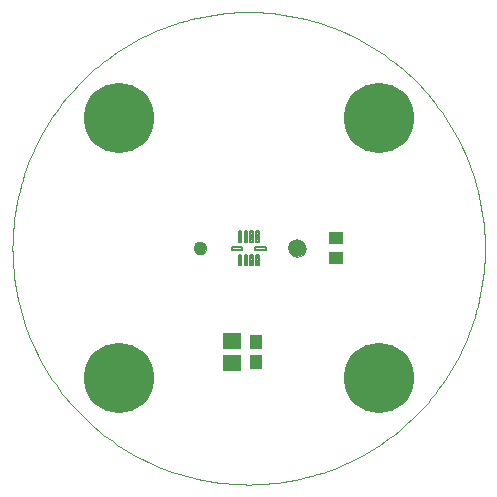
<source format=gts>
G75*
%MOIN*%
%OFA0B0*%
%FSLAX25Y25*%
%IPPOS*%
%LPD*%
%AMOC8*
5,1,8,0,0,1.08239X$1,22.5*
%
%ADD10C,0.00394*%
%ADD11C,0.00000*%
%ADD12C,0.04337*%
%ADD13C,0.05912*%
%ADD14C,0.00791*%
%ADD15R,0.06306X0.05518*%
%ADD16R,0.04337X0.04731*%
%ADD17R,0.04731X0.04337*%
%ADD18C,0.23400*%
D10*
X0001394Y0080134D02*
X0001418Y0082066D01*
X0001489Y0083998D01*
X0001607Y0085926D01*
X0001773Y0087852D01*
X0001986Y0089773D01*
X0002246Y0091688D01*
X0002553Y0093596D01*
X0002907Y0095495D01*
X0003307Y0097386D01*
X0003754Y0099266D01*
X0004246Y0101135D01*
X0004785Y0102991D01*
X0005368Y0104833D01*
X0005997Y0106661D01*
X0006670Y0108472D01*
X0007388Y0110266D01*
X0008149Y0112043D01*
X0008954Y0113800D01*
X0009802Y0115536D01*
X0010692Y0117252D01*
X0011623Y0118945D01*
X0012596Y0120614D01*
X0013610Y0122260D01*
X0014664Y0123880D01*
X0015757Y0125473D01*
X0016889Y0127039D01*
X0018060Y0128577D01*
X0019267Y0130086D01*
X0020511Y0131565D01*
X0021792Y0133013D01*
X0023107Y0134428D01*
X0024456Y0135812D01*
X0025840Y0137161D01*
X0027255Y0138476D01*
X0028703Y0139757D01*
X0030182Y0141001D01*
X0031691Y0142208D01*
X0033229Y0143379D01*
X0034795Y0144511D01*
X0036388Y0145604D01*
X0038008Y0146658D01*
X0039654Y0147672D01*
X0041323Y0148645D01*
X0043016Y0149576D01*
X0044732Y0150466D01*
X0046468Y0151314D01*
X0048225Y0152119D01*
X0050002Y0152880D01*
X0051796Y0153598D01*
X0053607Y0154271D01*
X0055435Y0154900D01*
X0057277Y0155483D01*
X0059133Y0156022D01*
X0061002Y0156514D01*
X0062882Y0156961D01*
X0064773Y0157361D01*
X0066672Y0157715D01*
X0068580Y0158022D01*
X0070495Y0158282D01*
X0072416Y0158495D01*
X0074342Y0158661D01*
X0076270Y0158779D01*
X0078202Y0158850D01*
X0080134Y0158874D01*
X0082066Y0158850D01*
X0083998Y0158779D01*
X0085926Y0158661D01*
X0087852Y0158495D01*
X0089773Y0158282D01*
X0091688Y0158022D01*
X0093596Y0157715D01*
X0095495Y0157361D01*
X0097386Y0156961D01*
X0099266Y0156514D01*
X0101135Y0156022D01*
X0102991Y0155483D01*
X0104833Y0154900D01*
X0106661Y0154271D01*
X0108472Y0153598D01*
X0110266Y0152880D01*
X0112043Y0152119D01*
X0113800Y0151314D01*
X0115536Y0150466D01*
X0117252Y0149576D01*
X0118945Y0148645D01*
X0120614Y0147672D01*
X0122260Y0146658D01*
X0123880Y0145604D01*
X0125473Y0144511D01*
X0127039Y0143379D01*
X0128577Y0142208D01*
X0130086Y0141001D01*
X0131565Y0139757D01*
X0133013Y0138476D01*
X0134428Y0137161D01*
X0135812Y0135812D01*
X0137161Y0134428D01*
X0138476Y0133013D01*
X0139757Y0131565D01*
X0141001Y0130086D01*
X0142208Y0128577D01*
X0143379Y0127039D01*
X0144511Y0125473D01*
X0145604Y0123880D01*
X0146658Y0122260D01*
X0147672Y0120614D01*
X0148645Y0118945D01*
X0149576Y0117252D01*
X0150466Y0115536D01*
X0151314Y0113800D01*
X0152119Y0112043D01*
X0152880Y0110266D01*
X0153598Y0108472D01*
X0154271Y0106661D01*
X0154900Y0104833D01*
X0155483Y0102991D01*
X0156022Y0101135D01*
X0156514Y0099266D01*
X0156961Y0097386D01*
X0157361Y0095495D01*
X0157715Y0093596D01*
X0158022Y0091688D01*
X0158282Y0089773D01*
X0158495Y0087852D01*
X0158661Y0085926D01*
X0158779Y0083998D01*
X0158850Y0082066D01*
X0158874Y0080134D01*
X0158850Y0078202D01*
X0158779Y0076270D01*
X0158661Y0074342D01*
X0158495Y0072416D01*
X0158282Y0070495D01*
X0158022Y0068580D01*
X0157715Y0066672D01*
X0157361Y0064773D01*
X0156961Y0062882D01*
X0156514Y0061002D01*
X0156022Y0059133D01*
X0155483Y0057277D01*
X0154900Y0055435D01*
X0154271Y0053607D01*
X0153598Y0051796D01*
X0152880Y0050002D01*
X0152119Y0048225D01*
X0151314Y0046468D01*
X0150466Y0044732D01*
X0149576Y0043016D01*
X0148645Y0041323D01*
X0147672Y0039654D01*
X0146658Y0038008D01*
X0145604Y0036388D01*
X0144511Y0034795D01*
X0143379Y0033229D01*
X0142208Y0031691D01*
X0141001Y0030182D01*
X0139757Y0028703D01*
X0138476Y0027255D01*
X0137161Y0025840D01*
X0135812Y0024456D01*
X0134428Y0023107D01*
X0133013Y0021792D01*
X0131565Y0020511D01*
X0130086Y0019267D01*
X0128577Y0018060D01*
X0127039Y0016889D01*
X0125473Y0015757D01*
X0123880Y0014664D01*
X0122260Y0013610D01*
X0120614Y0012596D01*
X0118945Y0011623D01*
X0117252Y0010692D01*
X0115536Y0009802D01*
X0113800Y0008954D01*
X0112043Y0008149D01*
X0110266Y0007388D01*
X0108472Y0006670D01*
X0106661Y0005997D01*
X0104833Y0005368D01*
X0102991Y0004785D01*
X0101135Y0004246D01*
X0099266Y0003754D01*
X0097386Y0003307D01*
X0095495Y0002907D01*
X0093596Y0002553D01*
X0091688Y0002246D01*
X0089773Y0001986D01*
X0087852Y0001773D01*
X0085926Y0001607D01*
X0083998Y0001489D01*
X0082066Y0001418D01*
X0080134Y0001394D01*
X0078202Y0001418D01*
X0076270Y0001489D01*
X0074342Y0001607D01*
X0072416Y0001773D01*
X0070495Y0001986D01*
X0068580Y0002246D01*
X0066672Y0002553D01*
X0064773Y0002907D01*
X0062882Y0003307D01*
X0061002Y0003754D01*
X0059133Y0004246D01*
X0057277Y0004785D01*
X0055435Y0005368D01*
X0053607Y0005997D01*
X0051796Y0006670D01*
X0050002Y0007388D01*
X0048225Y0008149D01*
X0046468Y0008954D01*
X0044732Y0009802D01*
X0043016Y0010692D01*
X0041323Y0011623D01*
X0039654Y0012596D01*
X0038008Y0013610D01*
X0036388Y0014664D01*
X0034795Y0015757D01*
X0033229Y0016889D01*
X0031691Y0018060D01*
X0030182Y0019267D01*
X0028703Y0020511D01*
X0027255Y0021792D01*
X0025840Y0023107D01*
X0024456Y0024456D01*
X0023107Y0025840D01*
X0021792Y0027255D01*
X0020511Y0028703D01*
X0019267Y0030182D01*
X0018060Y0031691D01*
X0016889Y0033229D01*
X0015757Y0034795D01*
X0014664Y0036388D01*
X0013610Y0038008D01*
X0012596Y0039654D01*
X0011623Y0041323D01*
X0010692Y0043016D01*
X0009802Y0044732D01*
X0008954Y0046468D01*
X0008149Y0048225D01*
X0007388Y0050002D01*
X0006670Y0051796D01*
X0005997Y0053607D01*
X0005368Y0055435D01*
X0004785Y0057277D01*
X0004246Y0059133D01*
X0003754Y0061002D01*
X0003307Y0062882D01*
X0002907Y0064773D01*
X0002553Y0066672D01*
X0002246Y0068580D01*
X0001986Y0070495D01*
X0001773Y0072416D01*
X0001607Y0074342D01*
X0001489Y0076270D01*
X0001418Y0078202D01*
X0001394Y0080134D01*
D11*
X0061964Y0080134D02*
X0061966Y0080222D01*
X0061972Y0080310D01*
X0061982Y0080398D01*
X0061996Y0080486D01*
X0062013Y0080572D01*
X0062035Y0080658D01*
X0062060Y0080742D01*
X0062090Y0080826D01*
X0062122Y0080908D01*
X0062159Y0080988D01*
X0062199Y0081067D01*
X0062243Y0081144D01*
X0062290Y0081219D01*
X0062340Y0081291D01*
X0062394Y0081362D01*
X0062450Y0081429D01*
X0062510Y0081495D01*
X0062572Y0081557D01*
X0062638Y0081617D01*
X0062705Y0081673D01*
X0062776Y0081727D01*
X0062848Y0081777D01*
X0062923Y0081824D01*
X0063000Y0081868D01*
X0063079Y0081908D01*
X0063159Y0081945D01*
X0063241Y0081977D01*
X0063325Y0082007D01*
X0063409Y0082032D01*
X0063495Y0082054D01*
X0063581Y0082071D01*
X0063669Y0082085D01*
X0063757Y0082095D01*
X0063845Y0082101D01*
X0063933Y0082103D01*
X0064021Y0082101D01*
X0064109Y0082095D01*
X0064197Y0082085D01*
X0064285Y0082071D01*
X0064371Y0082054D01*
X0064457Y0082032D01*
X0064541Y0082007D01*
X0064625Y0081977D01*
X0064707Y0081945D01*
X0064787Y0081908D01*
X0064866Y0081868D01*
X0064943Y0081824D01*
X0065018Y0081777D01*
X0065090Y0081727D01*
X0065161Y0081673D01*
X0065228Y0081617D01*
X0065294Y0081557D01*
X0065356Y0081495D01*
X0065416Y0081429D01*
X0065472Y0081362D01*
X0065526Y0081291D01*
X0065576Y0081219D01*
X0065623Y0081144D01*
X0065667Y0081067D01*
X0065707Y0080988D01*
X0065744Y0080908D01*
X0065776Y0080826D01*
X0065806Y0080742D01*
X0065831Y0080658D01*
X0065853Y0080572D01*
X0065870Y0080486D01*
X0065884Y0080398D01*
X0065894Y0080310D01*
X0065900Y0080222D01*
X0065902Y0080134D01*
X0065900Y0080046D01*
X0065894Y0079958D01*
X0065884Y0079870D01*
X0065870Y0079782D01*
X0065853Y0079696D01*
X0065831Y0079610D01*
X0065806Y0079526D01*
X0065776Y0079442D01*
X0065744Y0079360D01*
X0065707Y0079280D01*
X0065667Y0079201D01*
X0065623Y0079124D01*
X0065576Y0079049D01*
X0065526Y0078977D01*
X0065472Y0078906D01*
X0065416Y0078839D01*
X0065356Y0078773D01*
X0065294Y0078711D01*
X0065228Y0078651D01*
X0065161Y0078595D01*
X0065090Y0078541D01*
X0065018Y0078491D01*
X0064943Y0078444D01*
X0064866Y0078400D01*
X0064787Y0078360D01*
X0064707Y0078323D01*
X0064625Y0078291D01*
X0064541Y0078261D01*
X0064457Y0078236D01*
X0064371Y0078214D01*
X0064285Y0078197D01*
X0064197Y0078183D01*
X0064109Y0078173D01*
X0064021Y0078167D01*
X0063933Y0078165D01*
X0063845Y0078167D01*
X0063757Y0078173D01*
X0063669Y0078183D01*
X0063581Y0078197D01*
X0063495Y0078214D01*
X0063409Y0078236D01*
X0063325Y0078261D01*
X0063241Y0078291D01*
X0063159Y0078323D01*
X0063079Y0078360D01*
X0063000Y0078400D01*
X0062923Y0078444D01*
X0062848Y0078491D01*
X0062776Y0078541D01*
X0062705Y0078595D01*
X0062638Y0078651D01*
X0062572Y0078711D01*
X0062510Y0078773D01*
X0062450Y0078839D01*
X0062394Y0078906D01*
X0062340Y0078977D01*
X0062290Y0079049D01*
X0062243Y0079124D01*
X0062199Y0079201D01*
X0062159Y0079280D01*
X0062122Y0079360D01*
X0062090Y0079442D01*
X0062060Y0079526D01*
X0062035Y0079610D01*
X0062013Y0079696D01*
X0061996Y0079782D01*
X0061982Y0079870D01*
X0061972Y0079958D01*
X0061966Y0080046D01*
X0061964Y0080134D01*
X0093579Y0080134D02*
X0093581Y0080239D01*
X0093587Y0080344D01*
X0093597Y0080448D01*
X0093611Y0080552D01*
X0093629Y0080656D01*
X0093651Y0080758D01*
X0093676Y0080860D01*
X0093706Y0080961D01*
X0093739Y0081060D01*
X0093776Y0081158D01*
X0093817Y0081255D01*
X0093862Y0081350D01*
X0093910Y0081443D01*
X0093961Y0081535D01*
X0094017Y0081624D01*
X0094075Y0081711D01*
X0094137Y0081796D01*
X0094201Y0081879D01*
X0094269Y0081959D01*
X0094340Y0082036D01*
X0094414Y0082110D01*
X0094491Y0082182D01*
X0094570Y0082251D01*
X0094652Y0082316D01*
X0094736Y0082379D01*
X0094823Y0082438D01*
X0094912Y0082494D01*
X0095003Y0082547D01*
X0095096Y0082596D01*
X0095190Y0082641D01*
X0095286Y0082683D01*
X0095384Y0082721D01*
X0095483Y0082755D01*
X0095584Y0082786D01*
X0095685Y0082812D01*
X0095788Y0082835D01*
X0095891Y0082854D01*
X0095995Y0082869D01*
X0096099Y0082880D01*
X0096204Y0082887D01*
X0096309Y0082890D01*
X0096414Y0082889D01*
X0096519Y0082884D01*
X0096623Y0082875D01*
X0096727Y0082862D01*
X0096831Y0082845D01*
X0096934Y0082824D01*
X0097036Y0082799D01*
X0097137Y0082771D01*
X0097236Y0082738D01*
X0097335Y0082702D01*
X0097432Y0082662D01*
X0097527Y0082619D01*
X0097621Y0082571D01*
X0097713Y0082521D01*
X0097803Y0082467D01*
X0097891Y0082409D01*
X0097976Y0082348D01*
X0098059Y0082284D01*
X0098140Y0082217D01*
X0098218Y0082147D01*
X0098293Y0082073D01*
X0098365Y0081998D01*
X0098435Y0081919D01*
X0098501Y0081838D01*
X0098565Y0081754D01*
X0098625Y0081668D01*
X0098681Y0081580D01*
X0098735Y0081489D01*
X0098785Y0081397D01*
X0098831Y0081303D01*
X0098874Y0081207D01*
X0098913Y0081109D01*
X0098948Y0081011D01*
X0098979Y0080910D01*
X0099007Y0080809D01*
X0099031Y0080707D01*
X0099051Y0080604D01*
X0099067Y0080500D01*
X0099079Y0080396D01*
X0099087Y0080291D01*
X0099091Y0080186D01*
X0099091Y0080082D01*
X0099087Y0079977D01*
X0099079Y0079872D01*
X0099067Y0079768D01*
X0099051Y0079664D01*
X0099031Y0079561D01*
X0099007Y0079459D01*
X0098979Y0079358D01*
X0098948Y0079257D01*
X0098913Y0079159D01*
X0098874Y0079061D01*
X0098831Y0078965D01*
X0098785Y0078871D01*
X0098735Y0078779D01*
X0098681Y0078688D01*
X0098625Y0078600D01*
X0098565Y0078514D01*
X0098501Y0078430D01*
X0098435Y0078349D01*
X0098365Y0078270D01*
X0098293Y0078195D01*
X0098218Y0078121D01*
X0098140Y0078051D01*
X0098059Y0077984D01*
X0097976Y0077920D01*
X0097891Y0077859D01*
X0097803Y0077801D01*
X0097713Y0077747D01*
X0097621Y0077697D01*
X0097527Y0077649D01*
X0097432Y0077606D01*
X0097335Y0077566D01*
X0097236Y0077530D01*
X0097137Y0077497D01*
X0097036Y0077469D01*
X0096934Y0077444D01*
X0096831Y0077423D01*
X0096727Y0077406D01*
X0096623Y0077393D01*
X0096519Y0077384D01*
X0096414Y0077379D01*
X0096309Y0077378D01*
X0096204Y0077381D01*
X0096099Y0077388D01*
X0095995Y0077399D01*
X0095891Y0077414D01*
X0095788Y0077433D01*
X0095685Y0077456D01*
X0095584Y0077482D01*
X0095483Y0077513D01*
X0095384Y0077547D01*
X0095286Y0077585D01*
X0095190Y0077627D01*
X0095096Y0077672D01*
X0095003Y0077721D01*
X0094912Y0077774D01*
X0094823Y0077830D01*
X0094736Y0077889D01*
X0094652Y0077952D01*
X0094570Y0078017D01*
X0094491Y0078086D01*
X0094414Y0078158D01*
X0094340Y0078232D01*
X0094269Y0078309D01*
X0094201Y0078389D01*
X0094137Y0078472D01*
X0094075Y0078557D01*
X0094017Y0078644D01*
X0093961Y0078733D01*
X0093910Y0078825D01*
X0093862Y0078918D01*
X0093817Y0079013D01*
X0093776Y0079110D01*
X0093739Y0079208D01*
X0093706Y0079307D01*
X0093676Y0079408D01*
X0093651Y0079510D01*
X0093629Y0079612D01*
X0093611Y0079716D01*
X0093597Y0079820D01*
X0093587Y0079924D01*
X0093581Y0080029D01*
X0093579Y0080134D01*
D12*
X0063933Y0080134D03*
D13*
X0096335Y0080134D03*
D14*
X0082298Y0079739D02*
X0082298Y0080529D01*
X0085844Y0080529D01*
X0085844Y0079739D01*
X0082298Y0079739D01*
X0082298Y0080529D02*
X0085844Y0080529D01*
X0083482Y0085844D02*
X0082692Y0085844D01*
X0083482Y0085844D02*
X0083482Y0082298D01*
X0082692Y0082298D01*
X0082692Y0085844D01*
X0082692Y0083088D02*
X0083482Y0083088D01*
X0083482Y0083878D02*
X0082692Y0083878D01*
X0082692Y0084668D02*
X0083482Y0084668D01*
X0083482Y0085458D02*
X0082692Y0085458D01*
X0081513Y0085844D02*
X0080723Y0085844D01*
X0081513Y0085844D02*
X0081513Y0082298D01*
X0080723Y0082298D01*
X0080723Y0085844D01*
X0080723Y0083088D02*
X0081513Y0083088D01*
X0081513Y0083878D02*
X0080723Y0083878D01*
X0080723Y0084668D02*
X0081513Y0084668D01*
X0081513Y0085458D02*
X0080723Y0085458D01*
X0079545Y0085844D02*
X0078755Y0085844D01*
X0079545Y0085844D02*
X0079545Y0082298D01*
X0078755Y0082298D01*
X0078755Y0085844D01*
X0078755Y0083088D02*
X0079545Y0083088D01*
X0079545Y0083878D02*
X0078755Y0083878D01*
X0078755Y0084668D02*
X0079545Y0084668D01*
X0079545Y0085458D02*
X0078755Y0085458D01*
X0077576Y0085844D02*
X0076786Y0085844D01*
X0077576Y0085844D02*
X0077576Y0082298D01*
X0076786Y0082298D01*
X0076786Y0085844D01*
X0076786Y0083088D02*
X0077576Y0083088D01*
X0077576Y0083878D02*
X0076786Y0083878D01*
X0076786Y0084668D02*
X0077576Y0084668D01*
X0077576Y0085458D02*
X0076786Y0085458D01*
X0074424Y0080529D02*
X0074424Y0079739D01*
X0074424Y0080529D02*
X0077970Y0080529D01*
X0077970Y0079739D01*
X0074424Y0079739D01*
X0074424Y0080529D02*
X0077970Y0080529D01*
X0077576Y0077970D02*
X0076786Y0077970D01*
X0077576Y0077970D02*
X0077576Y0074424D01*
X0076786Y0074424D01*
X0076786Y0077970D01*
X0076786Y0075214D02*
X0077576Y0075214D01*
X0077576Y0076004D02*
X0076786Y0076004D01*
X0076786Y0076794D02*
X0077576Y0076794D01*
X0077576Y0077584D02*
X0076786Y0077584D01*
X0078755Y0077970D02*
X0079545Y0077970D01*
X0079545Y0074424D01*
X0078755Y0074424D01*
X0078755Y0077970D01*
X0078755Y0075214D02*
X0079545Y0075214D01*
X0079545Y0076004D02*
X0078755Y0076004D01*
X0078755Y0076794D02*
X0079545Y0076794D01*
X0079545Y0077584D02*
X0078755Y0077584D01*
X0080723Y0077970D02*
X0081513Y0077970D01*
X0081513Y0074424D01*
X0080723Y0074424D01*
X0080723Y0077970D01*
X0080723Y0075214D02*
X0081513Y0075214D01*
X0081513Y0076004D02*
X0080723Y0076004D01*
X0080723Y0076794D02*
X0081513Y0076794D01*
X0081513Y0077584D02*
X0080723Y0077584D01*
X0082692Y0077970D02*
X0083482Y0077970D01*
X0083482Y0074424D01*
X0082692Y0074424D01*
X0082692Y0077970D01*
X0082692Y0075214D02*
X0083482Y0075214D01*
X0083482Y0076004D02*
X0082692Y0076004D01*
X0082692Y0076794D02*
X0083482Y0076794D01*
X0083482Y0077584D02*
X0082692Y0077584D01*
D15*
X0074622Y0049228D03*
X0074622Y0041748D03*
D16*
X0082496Y0042142D03*
X0082496Y0048835D03*
D17*
X0109268Y0076787D03*
X0109268Y0083480D03*
D18*
X0036827Y0036827D03*
X0036827Y0123441D03*
X0123441Y0123441D03*
X0123441Y0036827D03*
M02*

</source>
